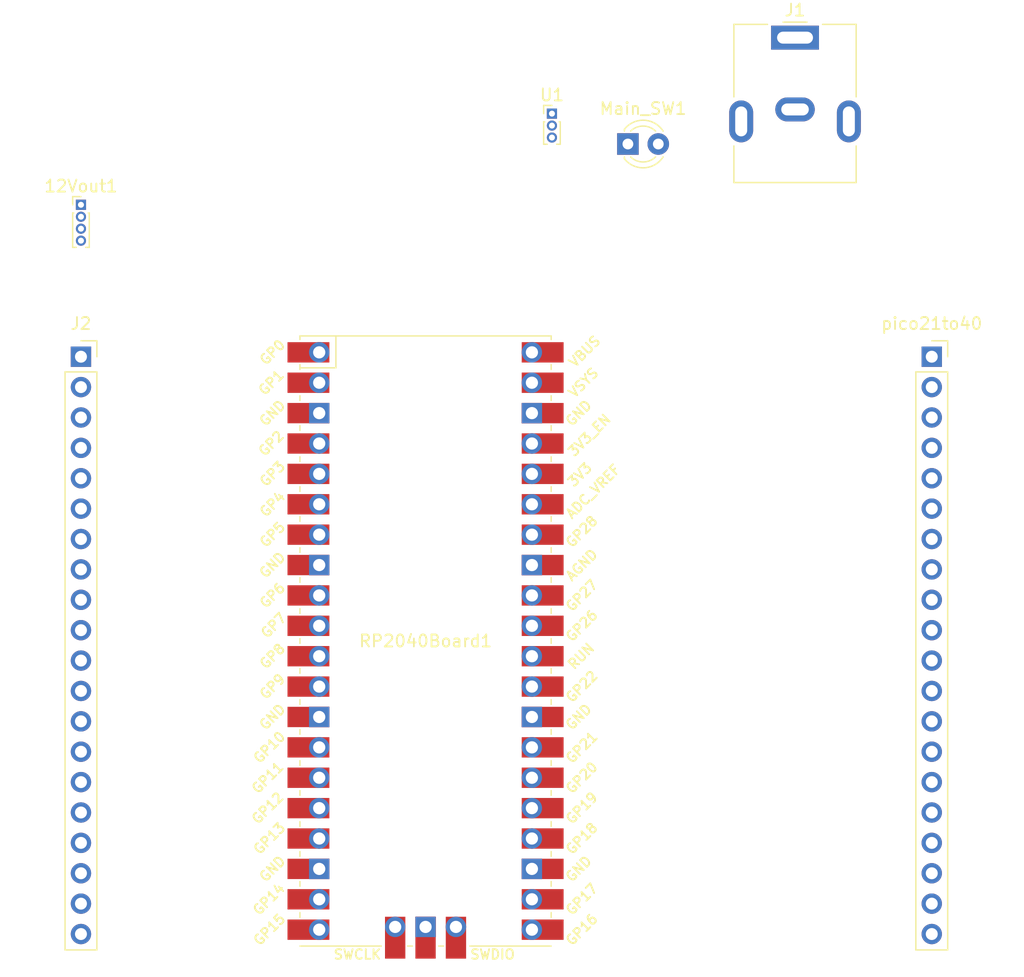
<source format=kicad_pcb>
(kicad_pcb (version 20171130) (host pcbnew 5.1.10-88a1d61d58~88~ubuntu20.04.1)

  (general
    (thickness 1.6)
    (drawings 0)
    (tracks 0)
    (zones 0)
    (modules 7)
    (nets 76)
  )

  (page A4)
  (layers
    (0 F.Cu signal)
    (31 B.Cu signal)
    (32 B.Adhes user)
    (33 F.Adhes user)
    (34 B.Paste user)
    (35 F.Paste user)
    (36 B.SilkS user)
    (37 F.SilkS user)
    (38 B.Mask user)
    (39 F.Mask user)
    (40 Dwgs.User user)
    (41 Cmts.User user)
    (42 Eco1.User user)
    (43 Eco2.User user)
    (44 Edge.Cuts user)
    (45 Margin user)
    (46 B.CrtYd user)
    (47 F.CrtYd user)
    (48 B.Fab user)
    (49 F.Fab user)
  )

  (setup
    (last_trace_width 0.25)
    (trace_clearance 0.2)
    (zone_clearance 0.508)
    (zone_45_only no)
    (trace_min 0.2)
    (via_size 0.8)
    (via_drill 0.4)
    (via_min_size 0.4)
    (via_min_drill 0.3)
    (uvia_size 0.3)
    (uvia_drill 0.1)
    (uvias_allowed no)
    (uvia_min_size 0.2)
    (uvia_min_drill 0.1)
    (edge_width 0.05)
    (segment_width 0.2)
    (pcb_text_width 0.3)
    (pcb_text_size 1.5 1.5)
    (mod_edge_width 0.12)
    (mod_text_size 1 1)
    (mod_text_width 0.15)
    (pad_size 1.524 1.524)
    (pad_drill 0.762)
    (pad_to_mask_clearance 0)
    (aux_axis_origin 0 0)
    (visible_elements FFFFFF7F)
    (pcbplotparams
      (layerselection 0x010fc_ffffffff)
      (usegerberextensions false)
      (usegerberattributes true)
      (usegerberadvancedattributes true)
      (creategerberjobfile true)
      (excludeedgelayer true)
      (linewidth 0.100000)
      (plotframeref false)
      (viasonmask false)
      (mode 1)
      (useauxorigin false)
      (hpglpennumber 1)
      (hpglpenspeed 20)
      (hpglpendiameter 15.000000)
      (psnegative false)
      (psa4output false)
      (plotreference true)
      (plotvalue true)
      (plotinvisibletext false)
      (padsonsilk false)
      (subtractmaskfromsilk false)
      (outputformat 1)
      (mirror false)
      (drillshape 1)
      (scaleselection 1)
      (outputdirectory ""))
  )

  (net 0 "")
  (net 1 "Net-(J1-Pad2)")
  (net 2 "Net-(J2-Pad20)")
  (net 3 "Net-(J2-Pad19)")
  (net 4 "Net-(J2-Pad18)")
  (net 5 "Net-(J2-Pad17)")
  (net 6 "Net-(J2-Pad16)")
  (net 7 "Net-(J2-Pad15)")
  (net 8 "Net-(J2-Pad14)")
  (net 9 "Net-(J2-Pad13)")
  (net 10 "Net-(J2-Pad12)")
  (net 11 "Net-(J2-Pad11)")
  (net 12 "Net-(J2-Pad10)")
  (net 13 "Net-(J2-Pad9)")
  (net 14 "Net-(J2-Pad8)")
  (net 15 "Net-(J2-Pad7)")
  (net 16 "Net-(J2-Pad6)")
  (net 17 "Net-(J2-Pad5)")
  (net 18 "Net-(J2-Pad4)")
  (net 19 "Net-(J2-Pad3)")
  (net 20 "Net-(J2-Pad2)")
  (net 21 "Net-(J2-Pad1)")
  (net 22 "Net-(12Vout1-Pad1)")
  (net 23 "Net-(Main_SW1-Pad2)")
  (net 24 "Net-(Main_SW1-Pad1)")
  (net 25 "Net-(RP2040Board1-Pad21)")
  (net 26 "Net-(pico21to40-Pad19)")
  (net 27 "Net-(pico21to40-Pad18)")
  (net 28 "Net-(pico21to40-Pad17)")
  (net 29 "Net-(pico21to40-Pad16)")
  (net 30 "Net-(pico21to40-Pad15)")
  (net 31 "Net-(pico21to40-Pad14)")
  (net 32 "Net-(pico21to40-Pad13)")
  (net 33 "Net-(pico21to40-Pad12)")
  (net 34 "Net-(pico21to40-Pad11)")
  (net 35 "Net-(pico21to40-Pad10)")
  (net 36 "Net-(pico21to40-Pad9)")
  (net 37 "Net-(pico21to40-Pad8)")
  (net 38 "Net-(pico21to40-Pad7)")
  (net 39 "Net-(pico21to40-Pad6)")
  (net 40 "Net-(pico21to40-Pad5)")
  (net 41 "Net-(pico21to40-Pad4)")
  (net 42 "Net-(RP2040Board1-Pad39)")
  (net 43 "Net-(RP2040Board1-Pad40)")
  (net 44 "Net-(RP2040Board1-Pad43)")
  (net 45 "Net-(RP2040Board1-Pad42)")
  (net 46 "Net-(RP2040Board1-Pad41)")
  (net 47 "Net-(RP2040Board1-Pad22)")
  (net 48 "Net-(RP2040Board1-Pad23)")
  (net 49 "Net-(RP2040Board1-Pad24)")
  (net 50 "Net-(RP2040Board1-Pad25)")
  (net 51 "Net-(RP2040Board1-Pad26)")
  (net 52 "Net-(RP2040Board1-Pad27)")
  (net 53 "Net-(RP2040Board1-Pad28)")
  (net 54 "Net-(RP2040Board1-Pad29)")
  (net 55 "Net-(RP2040Board1-Pad30)")
  (net 56 "Net-(RP2040Board1-Pad31)")
  (net 57 "Net-(RP2040Board1-Pad32)")
  (net 58 "Net-(RP2040Board1-Pad33)")
  (net 59 "Net-(RP2040Board1-Pad34)")
  (net 60 "Net-(RP2040Board1-Pad35)")
  (net 61 "Net-(RP2040Board1-Pad36)")
  (net 62 "Net-(RP2040Board1-Pad37)")
  (net 63 "Net-(RP2040Board1-Pad19)")
  (net 64 "Net-(RP2040Board1-Pad18)")
  (net 65 "Net-(RP2040Board1-Pad17)")
  (net 66 "Net-(RP2040Board1-Pad16)")
  (net 67 "Net-(RP2040Board1-Pad15)")
  (net 68 "Net-(RP2040Board1-Pad14)")
  (net 69 "Net-(RP2040Board1-Pad13)")
  (net 70 "Net-(RP2040Board1-Pad12)")
  (net 71 "Net-(RP2040Board1-Pad11)")
  (net 72 "Net-(RP2040Board1-Pad10)")
  (net 73 "Net-(RP2040Board1-Pad9)")
  (net 74 "Net-(RP2040Board1-Pad8)")
  (net 75 "Net-(RP2040Board1-Pad7)")

  (net_class Default "This is the default net class."
    (clearance 0.2)
    (trace_width 0.25)
    (via_dia 0.8)
    (via_drill 0.4)
    (uvia_dia 0.3)
    (uvia_drill 0.1)
    (add_net "Net-(12Vout1-Pad1)")
    (add_net "Net-(J1-Pad2)")
    (add_net "Net-(J2-Pad1)")
    (add_net "Net-(J2-Pad10)")
    (add_net "Net-(J2-Pad11)")
    (add_net "Net-(J2-Pad12)")
    (add_net "Net-(J2-Pad13)")
    (add_net "Net-(J2-Pad14)")
    (add_net "Net-(J2-Pad15)")
    (add_net "Net-(J2-Pad16)")
    (add_net "Net-(J2-Pad17)")
    (add_net "Net-(J2-Pad18)")
    (add_net "Net-(J2-Pad19)")
    (add_net "Net-(J2-Pad2)")
    (add_net "Net-(J2-Pad20)")
    (add_net "Net-(J2-Pad3)")
    (add_net "Net-(J2-Pad4)")
    (add_net "Net-(J2-Pad5)")
    (add_net "Net-(J2-Pad6)")
    (add_net "Net-(J2-Pad7)")
    (add_net "Net-(J2-Pad8)")
    (add_net "Net-(J2-Pad9)")
    (add_net "Net-(Main_SW1-Pad1)")
    (add_net "Net-(Main_SW1-Pad2)")
    (add_net "Net-(RP2040Board1-Pad10)")
    (add_net "Net-(RP2040Board1-Pad11)")
    (add_net "Net-(RP2040Board1-Pad12)")
    (add_net "Net-(RP2040Board1-Pad13)")
    (add_net "Net-(RP2040Board1-Pad14)")
    (add_net "Net-(RP2040Board1-Pad15)")
    (add_net "Net-(RP2040Board1-Pad16)")
    (add_net "Net-(RP2040Board1-Pad17)")
    (add_net "Net-(RP2040Board1-Pad18)")
    (add_net "Net-(RP2040Board1-Pad19)")
    (add_net "Net-(RP2040Board1-Pad21)")
    (add_net "Net-(RP2040Board1-Pad22)")
    (add_net "Net-(RP2040Board1-Pad23)")
    (add_net "Net-(RP2040Board1-Pad24)")
    (add_net "Net-(RP2040Board1-Pad25)")
    (add_net "Net-(RP2040Board1-Pad26)")
    (add_net "Net-(RP2040Board1-Pad27)")
    (add_net "Net-(RP2040Board1-Pad28)")
    (add_net "Net-(RP2040Board1-Pad29)")
    (add_net "Net-(RP2040Board1-Pad30)")
    (add_net "Net-(RP2040Board1-Pad31)")
    (add_net "Net-(RP2040Board1-Pad32)")
    (add_net "Net-(RP2040Board1-Pad33)")
    (add_net "Net-(RP2040Board1-Pad34)")
    (add_net "Net-(RP2040Board1-Pad35)")
    (add_net "Net-(RP2040Board1-Pad36)")
    (add_net "Net-(RP2040Board1-Pad37)")
    (add_net "Net-(RP2040Board1-Pad39)")
    (add_net "Net-(RP2040Board1-Pad40)")
    (add_net "Net-(RP2040Board1-Pad41)")
    (add_net "Net-(RP2040Board1-Pad42)")
    (add_net "Net-(RP2040Board1-Pad43)")
    (add_net "Net-(RP2040Board1-Pad7)")
    (add_net "Net-(RP2040Board1-Pad8)")
    (add_net "Net-(RP2040Board1-Pad9)")
    (add_net "Net-(pico21to40-Pad10)")
    (add_net "Net-(pico21to40-Pad11)")
    (add_net "Net-(pico21to40-Pad12)")
    (add_net "Net-(pico21to40-Pad13)")
    (add_net "Net-(pico21to40-Pad14)")
    (add_net "Net-(pico21to40-Pad15)")
    (add_net "Net-(pico21to40-Pad16)")
    (add_net "Net-(pico21to40-Pad17)")
    (add_net "Net-(pico21to40-Pad18)")
    (add_net "Net-(pico21to40-Pad19)")
    (add_net "Net-(pico21to40-Pad4)")
    (add_net "Net-(pico21to40-Pad5)")
    (add_net "Net-(pico21to40-Pad6)")
    (add_net "Net-(pico21to40-Pad7)")
    (add_net "Net-(pico21to40-Pad8)")
    (add_net "Net-(pico21to40-Pad9)")
  )

  (module Connector_PinHeader_1.00mm:PinHeader_1x03_P1.00mm_Vertical (layer F.Cu) (tedit 59FED738) (tstamp 609F1698)
    (at 143.51 44.45)
    (descr "Through hole straight pin header, 1x03, 1.00mm pitch, single row")
    (tags "Through hole pin header THT 1x03 1.00mm single row")
    (path /60A164B8)
    (fp_text reference U1 (at 0 -1.56) (layer F.SilkS)
      (effects (font (size 1 1) (thickness 0.15)))
    )
    (fp_text value LM1117-3.3 (at 0 3.56) (layer F.Fab)
      (effects (font (size 1 1) (thickness 0.15)))
    )
    (fp_text user %R (at 0 1 90) (layer F.Fab)
      (effects (font (size 0.76 0.76) (thickness 0.114)))
    )
    (fp_line (start -0.3175 -0.5) (end 0.635 -0.5) (layer F.Fab) (width 0.1))
    (fp_line (start 0.635 -0.5) (end 0.635 2.5) (layer F.Fab) (width 0.1))
    (fp_line (start 0.635 2.5) (end -0.635 2.5) (layer F.Fab) (width 0.1))
    (fp_line (start -0.635 2.5) (end -0.635 -0.1825) (layer F.Fab) (width 0.1))
    (fp_line (start -0.635 -0.1825) (end -0.3175 -0.5) (layer F.Fab) (width 0.1))
    (fp_line (start -0.695 2.56) (end -0.394493 2.56) (layer F.SilkS) (width 0.12))
    (fp_line (start 0.394493 2.56) (end 0.695 2.56) (layer F.SilkS) (width 0.12))
    (fp_line (start -0.695 0.685) (end -0.695 2.56) (layer F.SilkS) (width 0.12))
    (fp_line (start 0.695 0.685) (end 0.695 2.56) (layer F.SilkS) (width 0.12))
    (fp_line (start -0.695 0.685) (end -0.608276 0.685) (layer F.SilkS) (width 0.12))
    (fp_line (start 0.608276 0.685) (end 0.695 0.685) (layer F.SilkS) (width 0.12))
    (fp_line (start -0.695 0) (end -0.695 -0.685) (layer F.SilkS) (width 0.12))
    (fp_line (start -0.695 -0.685) (end 0 -0.685) (layer F.SilkS) (width 0.12))
    (fp_line (start -1.15 -1) (end -1.15 3) (layer F.CrtYd) (width 0.05))
    (fp_line (start -1.15 3) (end 1.15 3) (layer F.CrtYd) (width 0.05))
    (fp_line (start 1.15 3) (end 1.15 -1) (layer F.CrtYd) (width 0.05))
    (fp_line (start 1.15 -1) (end -1.15 -1) (layer F.CrtYd) (width 0.05))
    (pad 3 thru_hole oval (at 0 2) (size 0.85 0.85) (drill 0.5) (layers *.Cu *.Mask)
      (net 24 "Net-(Main_SW1-Pad1)"))
    (pad 2 thru_hole oval (at 0 1) (size 0.85 0.85) (drill 0.5) (layers *.Cu *.Mask)
      (net 42 "Net-(RP2040Board1-Pad39)"))
    (pad 1 thru_hole rect (at 0 0) (size 0.85 0.85) (drill 0.5) (layers *.Cu *.Mask)
      (net 1 "Net-(J1-Pad2)"))
    (model ${KISYS3DMOD}/Connector_PinHeader_1.00mm.3dshapes/PinHeader_1x03_P1.00mm_Vertical.wrl
      (at (xyz 0 0 0))
      (scale (xyz 1 1 1))
      (rotate (xyz 0 0 0))
    )
  )

  (module picoFootPrint:RPi_Pico_SMD_TH (layer F.Cu) (tedit 5F638C80) (tstamp 609F167F)
    (at 132.944999 88.535)
    (descr "Through hole straight pin header, 2x20, 2.54mm pitch, double rows")
    (tags "Through hole pin header THT 2x20 2.54mm double row")
    (path /60A03192)
    (fp_text reference RP2040Board1 (at 0 0) (layer F.SilkS)
      (effects (font (size 1 1) (thickness 0.15)))
    )
    (fp_text value Pico (at 0 2.159) (layer F.Fab)
      (effects (font (size 1 1) (thickness 0.15)))
    )
    (fp_text user "Copper Keepouts shown on Dwgs layer" (at 0.1 -30.2) (layer Cmts.User)
      (effects (font (size 1 1) (thickness 0.15)))
    )
    (fp_text user SWDIO (at 5.6 26.2) (layer F.SilkS)
      (effects (font (size 0.8 0.8) (thickness 0.15)))
    )
    (fp_text user SWCLK (at -5.7 26.2) (layer F.SilkS)
      (effects (font (size 0.8 0.8) (thickness 0.15)))
    )
    (fp_text user AGND (at 13.054 -6.35 45) (layer F.SilkS)
      (effects (font (size 0.8 0.8) (thickness 0.15)))
    )
    (fp_text user GND (at 12.8 -19.05 45) (layer F.SilkS)
      (effects (font (size 0.8 0.8) (thickness 0.15)))
    )
    (fp_text user GND (at 12.8 6.35 45) (layer F.SilkS)
      (effects (font (size 0.8 0.8) (thickness 0.15)))
    )
    (fp_text user GND (at 12.8 19.05 45) (layer F.SilkS)
      (effects (font (size 0.8 0.8) (thickness 0.15)))
    )
    (fp_text user GND (at -12.8 19.05 45) (layer F.SilkS)
      (effects (font (size 0.8 0.8) (thickness 0.15)))
    )
    (fp_text user GND (at -12.8 6.35 45) (layer F.SilkS)
      (effects (font (size 0.8 0.8) (thickness 0.15)))
    )
    (fp_text user GND (at -12.8 -6.35 45) (layer F.SilkS)
      (effects (font (size 0.8 0.8) (thickness 0.15)))
    )
    (fp_text user GND (at -12.8 -19.05 45) (layer F.SilkS)
      (effects (font (size 0.8 0.8) (thickness 0.15)))
    )
    (fp_text user VBUS (at 13.3 -24.2 45) (layer F.SilkS)
      (effects (font (size 0.8 0.8) (thickness 0.15)))
    )
    (fp_text user VSYS (at 13.2 -21.59 45) (layer F.SilkS)
      (effects (font (size 0.8 0.8) (thickness 0.15)))
    )
    (fp_text user 3V3_EN (at 13.7 -17.2 45) (layer F.SilkS)
      (effects (font (size 0.8 0.8) (thickness 0.15)))
    )
    (fp_text user 3V3 (at 12.9 -13.9 45) (layer F.SilkS)
      (effects (font (size 0.8 0.8) (thickness 0.15)))
    )
    (fp_text user ADC_VREF (at 14 -12.5 45) (layer F.SilkS)
      (effects (font (size 0.8 0.8) (thickness 0.15)))
    )
    (fp_text user GP28 (at 13.054 -9.144 45) (layer F.SilkS)
      (effects (font (size 0.8 0.8) (thickness 0.15)))
    )
    (fp_text user GP27 (at 13.054 -3.8 45) (layer F.SilkS)
      (effects (font (size 0.8 0.8) (thickness 0.15)))
    )
    (fp_text user GP26 (at 13.054 -1.27 45) (layer F.SilkS)
      (effects (font (size 0.8 0.8) (thickness 0.15)))
    )
    (fp_text user RUN (at 13 1.27 45) (layer F.SilkS)
      (effects (font (size 0.8 0.8) (thickness 0.15)))
    )
    (fp_text user GP22 (at 13.054 3.81 45) (layer F.SilkS)
      (effects (font (size 0.8 0.8) (thickness 0.15)))
    )
    (fp_text user GP21 (at 13.054 8.9 45) (layer F.SilkS)
      (effects (font (size 0.8 0.8) (thickness 0.15)))
    )
    (fp_text user GP20 (at 13.054 11.43 45) (layer F.SilkS)
      (effects (font (size 0.8 0.8) (thickness 0.15)))
    )
    (fp_text user GP19 (at 13.054 13.97 45) (layer F.SilkS)
      (effects (font (size 0.8 0.8) (thickness 0.15)))
    )
    (fp_text user GP18 (at 13.054 16.51 45) (layer F.SilkS)
      (effects (font (size 0.8 0.8) (thickness 0.15)))
    )
    (fp_text user GP17 (at 13.054 21.59 45) (layer F.SilkS)
      (effects (font (size 0.8 0.8) (thickness 0.15)))
    )
    (fp_text user GP16 (at 13.054 24.13 45) (layer F.SilkS)
      (effects (font (size 0.8 0.8) (thickness 0.15)))
    )
    (fp_text user GP15 (at -13.054 24.13 45) (layer F.SilkS)
      (effects (font (size 0.8 0.8) (thickness 0.15)))
    )
    (fp_text user GP14 (at -13.1 21.59 45) (layer F.SilkS)
      (effects (font (size 0.8 0.8) (thickness 0.15)))
    )
    (fp_text user GP13 (at -13.054 16.51 45) (layer F.SilkS)
      (effects (font (size 0.8 0.8) (thickness 0.15)))
    )
    (fp_text user GP12 (at -13.2 13.97 45) (layer F.SilkS)
      (effects (font (size 0.8 0.8) (thickness 0.15)))
    )
    (fp_text user GP11 (at -13.2 11.43 45) (layer F.SilkS)
      (effects (font (size 0.8 0.8) (thickness 0.15)))
    )
    (fp_text user GP10 (at -13.054 8.89 45) (layer F.SilkS)
      (effects (font (size 0.8 0.8) (thickness 0.15)))
    )
    (fp_text user GP9 (at -12.8 3.81 45) (layer F.SilkS)
      (effects (font (size 0.8 0.8) (thickness 0.15)))
    )
    (fp_text user GP8 (at -12.8 1.27 45) (layer F.SilkS)
      (effects (font (size 0.8 0.8) (thickness 0.15)))
    )
    (fp_text user GP7 (at -12.7 -1.3 45) (layer F.SilkS)
      (effects (font (size 0.8 0.8) (thickness 0.15)))
    )
    (fp_text user GP6 (at -12.8 -3.81 45) (layer F.SilkS)
      (effects (font (size 0.8 0.8) (thickness 0.15)))
    )
    (fp_text user GP5 (at -12.8 -8.89 45) (layer F.SilkS)
      (effects (font (size 0.8 0.8) (thickness 0.15)))
    )
    (fp_text user GP4 (at -12.8 -11.43 45) (layer F.SilkS)
      (effects (font (size 0.8 0.8) (thickness 0.15)))
    )
    (fp_text user GP3 (at -12.8 -13.97 45) (layer F.SilkS)
      (effects (font (size 0.8 0.8) (thickness 0.15)))
    )
    (fp_text user GP0 (at -12.8 -24.13 45) (layer F.SilkS)
      (effects (font (size 0.8 0.8) (thickness 0.15)))
    )
    (fp_text user GP2 (at -12.9 -16.51 45) (layer F.SilkS)
      (effects (font (size 0.8 0.8) (thickness 0.15)))
    )
    (fp_text user GP1 (at -12.9 -21.6 45) (layer F.SilkS)
      (effects (font (size 0.8 0.8) (thickness 0.15)))
    )
    (fp_text user %R (at 0 0 180) (layer F.Fab)
      (effects (font (size 1 1) (thickness 0.15)))
    )
    (fp_line (start 1.1 25.5) (end 1.5 25.5) (layer F.SilkS) (width 0.12))
    (fp_line (start -1.5 25.5) (end -1.1 25.5) (layer F.SilkS) (width 0.12))
    (fp_line (start 10.5 25.5) (end 3.7 25.5) (layer F.SilkS) (width 0.12))
    (fp_line (start 10.5 15.1) (end 10.5 15.5) (layer F.SilkS) (width 0.12))
    (fp_line (start 10.5 7.4) (end 10.5 7.8) (layer F.SilkS) (width 0.12))
    (fp_line (start 10.5 -18) (end 10.5 -17.6) (layer F.SilkS) (width 0.12))
    (fp_line (start 10.5 -25.5) (end 10.5 -25.2) (layer F.SilkS) (width 0.12))
    (fp_line (start 10.5 -2.7) (end 10.5 -2.3) (layer F.SilkS) (width 0.12))
    (fp_line (start 10.5 12.5) (end 10.5 12.9) (layer F.SilkS) (width 0.12))
    (fp_line (start 10.5 -7.8) (end 10.5 -7.4) (layer F.SilkS) (width 0.12))
    (fp_line (start 10.5 -12.9) (end 10.5 -12.5) (layer F.SilkS) (width 0.12))
    (fp_line (start 10.5 -0.2) (end 10.5 0.2) (layer F.SilkS) (width 0.12))
    (fp_line (start 10.5 4.9) (end 10.5 5.3) (layer F.SilkS) (width 0.12))
    (fp_line (start 10.5 20.1) (end 10.5 20.5) (layer F.SilkS) (width 0.12))
    (fp_line (start 10.5 22.7) (end 10.5 23.1) (layer F.SilkS) (width 0.12))
    (fp_line (start 10.5 17.6) (end 10.5 18) (layer F.SilkS) (width 0.12))
    (fp_line (start 10.5 -15.4) (end 10.5 -15) (layer F.SilkS) (width 0.12))
    (fp_line (start 10.5 -23.1) (end 10.5 -22.7) (layer F.SilkS) (width 0.12))
    (fp_line (start 10.5 -20.5) (end 10.5 -20.1) (layer F.SilkS) (width 0.12))
    (fp_line (start 10.5 10) (end 10.5 10.4) (layer F.SilkS) (width 0.12))
    (fp_line (start 10.5 2.3) (end 10.5 2.7) (layer F.SilkS) (width 0.12))
    (fp_line (start 10.5 -5.3) (end 10.5 -4.9) (layer F.SilkS) (width 0.12))
    (fp_line (start 10.5 -10.4) (end 10.5 -10) (layer F.SilkS) (width 0.12))
    (fp_line (start -10.5 22.7) (end -10.5 23.1) (layer F.SilkS) (width 0.12))
    (fp_line (start -10.5 20.1) (end -10.5 20.5) (layer F.SilkS) (width 0.12))
    (fp_line (start -10.5 17.6) (end -10.5 18) (layer F.SilkS) (width 0.12))
    (fp_line (start -10.5 15.1) (end -10.5 15.5) (layer F.SilkS) (width 0.12))
    (fp_line (start -10.5 12.5) (end -10.5 12.9) (layer F.SilkS) (width 0.12))
    (fp_line (start -10.5 10) (end -10.5 10.4) (layer F.SilkS) (width 0.12))
    (fp_line (start -10.5 7.4) (end -10.5 7.8) (layer F.SilkS) (width 0.12))
    (fp_line (start -10.5 4.9) (end -10.5 5.3) (layer F.SilkS) (width 0.12))
    (fp_line (start -10.5 2.3) (end -10.5 2.7) (layer F.SilkS) (width 0.12))
    (fp_line (start -10.5 -0.2) (end -10.5 0.2) (layer F.SilkS) (width 0.12))
    (fp_line (start -10.5 -2.7) (end -10.5 -2.3) (layer F.SilkS) (width 0.12))
    (fp_line (start -10.5 -5.3) (end -10.5 -4.9) (layer F.SilkS) (width 0.12))
    (fp_line (start -10.5 -7.8) (end -10.5 -7.4) (layer F.SilkS) (width 0.12))
    (fp_line (start -10.5 -10.4) (end -10.5 -10) (layer F.SilkS) (width 0.12))
    (fp_line (start -10.5 -12.9) (end -10.5 -12.5) (layer F.SilkS) (width 0.12))
    (fp_line (start -10.5 -15.4) (end -10.5 -15) (layer F.SilkS) (width 0.12))
    (fp_line (start -10.5 -18) (end -10.5 -17.6) (layer F.SilkS) (width 0.12))
    (fp_line (start -10.5 -20.5) (end -10.5 -20.1) (layer F.SilkS) (width 0.12))
    (fp_line (start -10.5 -23.1) (end -10.5 -22.7) (layer F.SilkS) (width 0.12))
    (fp_line (start -10.5 -25.5) (end -10.5 -25.2) (layer F.SilkS) (width 0.12))
    (fp_line (start -7.493 -22.833) (end -7.493 -25.5) (layer F.SilkS) (width 0.12))
    (fp_line (start -10.5 -22.833) (end -7.493 -22.833) (layer F.SilkS) (width 0.12))
    (fp_line (start -3.7 25.5) (end -10.5 25.5) (layer F.SilkS) (width 0.12))
    (fp_line (start -10.5 -25.5) (end 10.5 -25.5) (layer F.SilkS) (width 0.12))
    (fp_line (start -11 26) (end -11 -26) (layer F.CrtYd) (width 0.12))
    (fp_line (start 11 26) (end -11 26) (layer F.CrtYd) (width 0.12))
    (fp_line (start 11 -26) (end 11 26) (layer F.CrtYd) (width 0.12))
    (fp_line (start -11 -26) (end 11 -26) (layer F.CrtYd) (width 0.12))
    (fp_line (start -10.5 -24.2) (end -9.2 -25.5) (layer F.Fab) (width 0.12))
    (fp_line (start -10.5 25.5) (end -10.5 -25.5) (layer F.Fab) (width 0.12))
    (fp_line (start 10.5 25.5) (end -10.5 25.5) (layer F.Fab) (width 0.12))
    (fp_line (start 10.5 -25.5) (end 10.5 25.5) (layer F.Fab) (width 0.12))
    (fp_line (start -10.5 -25.5) (end 10.5 -25.5) (layer F.Fab) (width 0.12))
    (fp_poly (pts (xy -1.5 -16.5) (xy -3.5 -16.5) (xy -3.5 -18.5) (xy -1.5 -18.5)) (layer Dwgs.User) (width 0.1))
    (fp_poly (pts (xy -1.5 -14) (xy -3.5 -14) (xy -3.5 -16) (xy -1.5 -16)) (layer Dwgs.User) (width 0.1))
    (fp_poly (pts (xy -1.5 -11.5) (xy -3.5 -11.5) (xy -3.5 -13.5) (xy -1.5 -13.5)) (layer Dwgs.User) (width 0.1))
    (fp_poly (pts (xy 3.7 -20.2) (xy -3.7 -20.2) (xy -3.7 -24.9) (xy 3.7 -24.9)) (layer Dwgs.User) (width 0.1))
    (pad 43 thru_hole oval (at 2.54 23.9) (size 1.7 1.7) (drill 1.02) (layers *.Cu *.Mask)
      (net 44 "Net-(RP2040Board1-Pad43)"))
    (pad 43 smd rect (at 2.54 23.9 90) (size 3.5 1.7) (drill (offset -0.9 0)) (layers F.Cu F.Mask)
      (net 44 "Net-(RP2040Board1-Pad43)"))
    (pad 42 thru_hole rect (at 0 23.9) (size 1.7 1.7) (drill 1.02) (layers *.Cu *.Mask)
      (net 45 "Net-(RP2040Board1-Pad42)"))
    (pad 42 smd rect (at 0 23.9 90) (size 3.5 1.7) (drill (offset -0.9 0)) (layers F.Cu F.Mask)
      (net 45 "Net-(RP2040Board1-Pad42)"))
    (pad 41 thru_hole oval (at -2.54 23.9) (size 1.7 1.7) (drill 1.02) (layers *.Cu *.Mask)
      (net 46 "Net-(RP2040Board1-Pad41)"))
    (pad 41 smd rect (at -2.54 23.9 90) (size 3.5 1.7) (drill (offset -0.9 0)) (layers F.Cu F.Mask)
      (net 46 "Net-(RP2040Board1-Pad41)"))
    (pad "" np_thru_hole oval (at 2.425 -20.97) (size 1.5 1.5) (drill 1.5) (layers *.Cu *.Mask))
    (pad "" np_thru_hole oval (at -2.425 -20.97) (size 1.5 1.5) (drill 1.5) (layers *.Cu *.Mask))
    (pad "" np_thru_hole oval (at 2.725 -24) (size 1.8 1.8) (drill 1.8) (layers *.Cu *.Mask))
    (pad "" np_thru_hole oval (at -2.725 -24) (size 1.8 1.8) (drill 1.8) (layers *.Cu *.Mask))
    (pad 21 smd rect (at 8.89 24.13) (size 3.5 1.7) (drill (offset 0.9 0)) (layers F.Cu F.Mask)
      (net 25 "Net-(RP2040Board1-Pad21)"))
    (pad 22 smd rect (at 8.89 21.59) (size 3.5 1.7) (drill (offset 0.9 0)) (layers F.Cu F.Mask)
      (net 47 "Net-(RP2040Board1-Pad22)"))
    (pad 23 smd rect (at 8.89 19.05) (size 3.5 1.7) (drill (offset 0.9 0)) (layers F.Cu F.Mask)
      (net 48 "Net-(RP2040Board1-Pad23)"))
    (pad 24 smd rect (at 8.89 16.51) (size 3.5 1.7) (drill (offset 0.9 0)) (layers F.Cu F.Mask)
      (net 49 "Net-(RP2040Board1-Pad24)"))
    (pad 25 smd rect (at 8.89 13.97) (size 3.5 1.7) (drill (offset 0.9 0)) (layers F.Cu F.Mask)
      (net 50 "Net-(RP2040Board1-Pad25)"))
    (pad 26 smd rect (at 8.89 11.43) (size 3.5 1.7) (drill (offset 0.9 0)) (layers F.Cu F.Mask)
      (net 51 "Net-(RP2040Board1-Pad26)"))
    (pad 27 smd rect (at 8.89 8.89) (size 3.5 1.7) (drill (offset 0.9 0)) (layers F.Cu F.Mask)
      (net 52 "Net-(RP2040Board1-Pad27)"))
    (pad 28 smd rect (at 8.89 6.35) (size 3.5 1.7) (drill (offset 0.9 0)) (layers F.Cu F.Mask)
      (net 53 "Net-(RP2040Board1-Pad28)"))
    (pad 29 smd rect (at 8.89 3.81) (size 3.5 1.7) (drill (offset 0.9 0)) (layers F.Cu F.Mask)
      (net 54 "Net-(RP2040Board1-Pad29)"))
    (pad 30 smd rect (at 8.89 1.27) (size 3.5 1.7) (drill (offset 0.9 0)) (layers F.Cu F.Mask)
      (net 55 "Net-(RP2040Board1-Pad30)"))
    (pad 31 smd rect (at 8.89 -1.27) (size 3.5 1.7) (drill (offset 0.9 0)) (layers F.Cu F.Mask)
      (net 56 "Net-(RP2040Board1-Pad31)"))
    (pad 32 smd rect (at 8.89 -3.81) (size 3.5 1.7) (drill (offset 0.9 0)) (layers F.Cu F.Mask)
      (net 57 "Net-(RP2040Board1-Pad32)"))
    (pad 33 smd rect (at 8.89 -6.35) (size 3.5 1.7) (drill (offset 0.9 0)) (layers F.Cu F.Mask)
      (net 58 "Net-(RP2040Board1-Pad33)"))
    (pad 34 smd rect (at 8.89 -8.89) (size 3.5 1.7) (drill (offset 0.9 0)) (layers F.Cu F.Mask)
      (net 59 "Net-(RP2040Board1-Pad34)"))
    (pad 35 smd rect (at 8.89 -11.43) (size 3.5 1.7) (drill (offset 0.9 0)) (layers F.Cu F.Mask)
      (net 60 "Net-(RP2040Board1-Pad35)"))
    (pad 36 smd rect (at 8.89 -13.97) (size 3.5 1.7) (drill (offset 0.9 0)) (layers F.Cu F.Mask)
      (net 61 "Net-(RP2040Board1-Pad36)"))
    (pad 37 smd rect (at 8.89 -16.51) (size 3.5 1.7) (drill (offset 0.9 0)) (layers F.Cu F.Mask)
      (net 62 "Net-(RP2040Board1-Pad37)"))
    (pad 38 smd rect (at 8.89 -19.05) (size 3.5 1.7) (drill (offset 0.9 0)) (layers F.Cu F.Mask)
      (net 1 "Net-(J1-Pad2)"))
    (pad 39 smd rect (at 8.89 -21.59) (size 3.5 1.7) (drill (offset 0.9 0)) (layers F.Cu F.Mask)
      (net 42 "Net-(RP2040Board1-Pad39)"))
    (pad 40 smd rect (at 8.89 -24.13) (size 3.5 1.7) (drill (offset 0.9 0)) (layers F.Cu F.Mask)
      (net 43 "Net-(RP2040Board1-Pad40)"))
    (pad 20 smd rect (at -8.89 24.13) (size 3.5 1.7) (drill (offset -0.9 0)) (layers F.Cu F.Mask)
      (net 2 "Net-(J2-Pad20)"))
    (pad 19 smd rect (at -8.89 21.59) (size 3.5 1.7) (drill (offset -0.9 0)) (layers F.Cu F.Mask)
      (net 63 "Net-(RP2040Board1-Pad19)"))
    (pad 18 smd rect (at -8.89 19.05) (size 3.5 1.7) (drill (offset -0.9 0)) (layers F.Cu F.Mask)
      (net 64 "Net-(RP2040Board1-Pad18)"))
    (pad 17 smd rect (at -8.89 16.51) (size 3.5 1.7) (drill (offset -0.9 0)) (layers F.Cu F.Mask)
      (net 65 "Net-(RP2040Board1-Pad17)"))
    (pad 16 smd rect (at -8.89 13.97) (size 3.5 1.7) (drill (offset -0.9 0)) (layers F.Cu F.Mask)
      (net 66 "Net-(RP2040Board1-Pad16)"))
    (pad 15 smd rect (at -8.89 11.43) (size 3.5 1.7) (drill (offset -0.9 0)) (layers F.Cu F.Mask)
      (net 67 "Net-(RP2040Board1-Pad15)"))
    (pad 14 smd rect (at -8.89 8.89) (size 3.5 1.7) (drill (offset -0.9 0)) (layers F.Cu F.Mask)
      (net 68 "Net-(RP2040Board1-Pad14)"))
    (pad 13 smd rect (at -8.89 6.35) (size 3.5 1.7) (drill (offset -0.9 0)) (layers F.Cu F.Mask)
      (net 69 "Net-(RP2040Board1-Pad13)"))
    (pad 12 smd rect (at -8.89 3.81) (size 3.5 1.7) (drill (offset -0.9 0)) (layers F.Cu F.Mask)
      (net 70 "Net-(RP2040Board1-Pad12)"))
    (pad 11 smd rect (at -8.89 1.27) (size 3.5 1.7) (drill (offset -0.9 0)) (layers F.Cu F.Mask)
      (net 71 "Net-(RP2040Board1-Pad11)"))
    (pad 10 smd rect (at -8.89 -1.27) (size 3.5 1.7) (drill (offset -0.9 0)) (layers F.Cu F.Mask)
      (net 72 "Net-(RP2040Board1-Pad10)"))
    (pad 9 smd rect (at -8.89 -3.81) (size 3.5 1.7) (drill (offset -0.9 0)) (layers F.Cu F.Mask)
      (net 73 "Net-(RP2040Board1-Pad9)"))
    (pad 8 smd rect (at -8.89 -6.35) (size 3.5 1.7) (drill (offset -0.9 0)) (layers F.Cu F.Mask)
      (net 74 "Net-(RP2040Board1-Pad8)"))
    (pad 7 smd rect (at -8.89 -8.89) (size 3.5 1.7) (drill (offset -0.9 0)) (layers F.Cu F.Mask)
      (net 75 "Net-(RP2040Board1-Pad7)"))
    (pad 6 smd rect (at -8.89 -11.43) (size 3.5 1.7) (drill (offset -0.9 0)) (layers F.Cu F.Mask)
      (net 16 "Net-(J2-Pad6)"))
    (pad 5 smd rect (at -8.89 -13.97) (size 3.5 1.7) (drill (offset -0.9 0)) (layers F.Cu F.Mask)
      (net 17 "Net-(J2-Pad5)"))
    (pad 4 smd rect (at -8.89 -16.51) (size 3.5 1.7) (drill (offset -0.9 0)) (layers F.Cu F.Mask)
      (net 18 "Net-(J2-Pad4)"))
    (pad 3 smd rect (at -8.89 -19.05) (size 3.5 1.7) (drill (offset -0.9 0)) (layers F.Cu F.Mask)
      (net 19 "Net-(J2-Pad3)"))
    (pad 2 smd rect (at -8.89 -21.59) (size 3.5 1.7) (drill (offset -0.9 0)) (layers F.Cu F.Mask)
      (net 20 "Net-(J2-Pad2)"))
    (pad 1 smd rect (at -8.89 -24.13) (size 3.5 1.7) (drill (offset -0.9 0)) (layers F.Cu F.Mask)
      (net 21 "Net-(J2-Pad1)"))
    (pad 40 thru_hole oval (at 8.89 -24.13) (size 1.7 1.7) (drill 1.02) (layers *.Cu *.Mask)
      (net 43 "Net-(RP2040Board1-Pad40)"))
    (pad 39 thru_hole oval (at 8.89 -21.59) (size 1.7 1.7) (drill 1.02) (layers *.Cu *.Mask)
      (net 42 "Net-(RP2040Board1-Pad39)"))
    (pad 38 thru_hole rect (at 8.89 -19.05) (size 1.7 1.7) (drill 1.02) (layers *.Cu *.Mask)
      (net 1 "Net-(J1-Pad2)"))
    (pad 37 thru_hole oval (at 8.89 -16.51) (size 1.7 1.7) (drill 1.02) (layers *.Cu *.Mask)
      (net 62 "Net-(RP2040Board1-Pad37)"))
    (pad 36 thru_hole oval (at 8.89 -13.97) (size 1.7 1.7) (drill 1.02) (layers *.Cu *.Mask)
      (net 61 "Net-(RP2040Board1-Pad36)"))
    (pad 35 thru_hole oval (at 8.89 -11.43) (size 1.7 1.7) (drill 1.02) (layers *.Cu *.Mask)
      (net 60 "Net-(RP2040Board1-Pad35)"))
    (pad 34 thru_hole oval (at 8.89 -8.89) (size 1.7 1.7) (drill 1.02) (layers *.Cu *.Mask)
      (net 59 "Net-(RP2040Board1-Pad34)"))
    (pad 33 thru_hole rect (at 8.89 -6.35) (size 1.7 1.7) (drill 1.02) (layers *.Cu *.Mask)
      (net 58 "Net-(RP2040Board1-Pad33)"))
    (pad 32 thru_hole oval (at 8.89 -3.81) (size 1.7 1.7) (drill 1.02) (layers *.Cu *.Mask)
      (net 57 "Net-(RP2040Board1-Pad32)"))
    (pad 31 thru_hole oval (at 8.89 -1.27) (size 1.7 1.7) (drill 1.02) (layers *.Cu *.Mask)
      (net 56 "Net-(RP2040Board1-Pad31)"))
    (pad 30 thru_hole oval (at 8.89 1.27) (size 1.7 1.7) (drill 1.02) (layers *.Cu *.Mask)
      (net 55 "Net-(RP2040Board1-Pad30)"))
    (pad 29 thru_hole oval (at 8.89 3.81) (size 1.7 1.7) (drill 1.02) (layers *.Cu *.Mask)
      (net 54 "Net-(RP2040Board1-Pad29)"))
    (pad 28 thru_hole rect (at 8.89 6.35) (size 1.7 1.7) (drill 1.02) (layers *.Cu *.Mask)
      (net 53 "Net-(RP2040Board1-Pad28)"))
    (pad 27 thru_hole oval (at 8.89 8.89) (size 1.7 1.7) (drill 1.02) (layers *.Cu *.Mask)
      (net 52 "Net-(RP2040Board1-Pad27)"))
    (pad 26 thru_hole oval (at 8.89 11.43) (size 1.7 1.7) (drill 1.02) (layers *.Cu *.Mask)
      (net 51 "Net-(RP2040Board1-Pad26)"))
    (pad 25 thru_hole oval (at 8.89 13.97) (size 1.7 1.7) (drill 1.02) (layers *.Cu *.Mask)
      (net 50 "Net-(RP2040Board1-Pad25)"))
    (pad 24 thru_hole oval (at 8.89 16.51) (size 1.7 1.7) (drill 1.02) (layers *.Cu *.Mask)
      (net 49 "Net-(RP2040Board1-Pad24)"))
    (pad 23 thru_hole rect (at 8.89 19.05) (size 1.7 1.7) (drill 1.02) (layers *.Cu *.Mask)
      (net 48 "Net-(RP2040Board1-Pad23)"))
    (pad 22 thru_hole oval (at 8.89 21.59) (size 1.7 1.7) (drill 1.02) (layers *.Cu *.Mask)
      (net 47 "Net-(RP2040Board1-Pad22)"))
    (pad 21 thru_hole oval (at 8.89 24.13) (size 1.7 1.7) (drill 1.02) (layers *.Cu *.Mask)
      (net 25 "Net-(RP2040Board1-Pad21)"))
    (pad 20 thru_hole oval (at -8.89 24.13) (size 1.7 1.7) (drill 1.02) (layers *.Cu *.Mask)
      (net 2 "Net-(J2-Pad20)"))
    (pad 19 thru_hole oval (at -8.89 21.59) (size 1.7 1.7) (drill 1.02) (layers *.Cu *.Mask)
      (net 63 "Net-(RP2040Board1-Pad19)"))
    (pad 18 thru_hole rect (at -8.89 19.05) (size 1.7 1.7) (drill 1.02) (layers *.Cu *.Mask)
      (net 64 "Net-(RP2040Board1-Pad18)"))
    (pad 17 thru_hole oval (at -8.89 16.51) (size 1.7 1.7) (drill 1.02) (layers *.Cu *.Mask)
      (net 65 "Net-(RP2040Board1-Pad17)"))
    (pad 16 thru_hole oval (at -8.89 13.97) (size 1.7 1.7) (drill 1.02) (layers *.Cu *.Mask)
      (net 66 "Net-(RP2040Board1-Pad16)"))
    (pad 15 thru_hole oval (at -8.89 11.43) (size 1.7 1.7) (drill 1.02) (layers *.Cu *.Mask)
      (net 67 "Net-(RP2040Board1-Pad15)"))
    (pad 14 thru_hole oval (at -8.89 8.89) (size 1.7 1.7) (drill 1.02) (layers *.Cu *.Mask)
      (net 68 "Net-(RP2040Board1-Pad14)"))
    (pad 13 thru_hole rect (at -8.89 6.35) (size 1.7 1.7) (drill 1.02) (layers *.Cu *.Mask)
      (net 69 "Net-(RP2040Board1-Pad13)"))
    (pad 12 thru_hole oval (at -8.89 3.81) (size 1.7 1.7) (drill 1.02) (layers *.Cu *.Mask)
      (net 70 "Net-(RP2040Board1-Pad12)"))
    (pad 11 thru_hole oval (at -8.89 1.27) (size 1.7 1.7) (drill 1.02) (layers *.Cu *.Mask)
      (net 71 "Net-(RP2040Board1-Pad11)"))
    (pad 10 thru_hole oval (at -8.89 -1.27) (size 1.7 1.7) (drill 1.02) (layers *.Cu *.Mask)
      (net 72 "Net-(RP2040Board1-Pad10)"))
    (pad 9 thru_hole oval (at -8.89 -3.81) (size 1.7 1.7) (drill 1.02) (layers *.Cu *.Mask)
      (net 73 "Net-(RP2040Board1-Pad9)"))
    (pad 8 thru_hole rect (at -8.89 -6.35) (size 1.7 1.7) (drill 1.02) (layers *.Cu *.Mask)
      (net 74 "Net-(RP2040Board1-Pad8)"))
    (pad 7 thru_hole oval (at -8.89 -8.89) (size 1.7 1.7) (drill 1.02) (layers *.Cu *.Mask)
      (net 75 "Net-(RP2040Board1-Pad7)"))
    (pad 6 thru_hole oval (at -8.89 -11.43) (size 1.7 1.7) (drill 1.02) (layers *.Cu *.Mask)
      (net 16 "Net-(J2-Pad6)"))
    (pad 5 thru_hole oval (at -8.89 -13.97) (size 1.7 1.7) (drill 1.02) (layers *.Cu *.Mask)
      (net 17 "Net-(J2-Pad5)"))
    (pad 4 thru_hole oval (at -8.89 -16.51) (size 1.7 1.7) (drill 1.02) (layers *.Cu *.Mask)
      (net 18 "Net-(J2-Pad4)"))
    (pad 3 thru_hole rect (at -8.89 -19.05) (size 1.7 1.7) (drill 1.02) (layers *.Cu *.Mask)
      (net 19 "Net-(J2-Pad3)"))
    (pad 2 thru_hole oval (at -8.89 -21.59) (size 1.7 1.7) (drill 1.02) (layers *.Cu *.Mask)
      (net 20 "Net-(J2-Pad2)"))
    (pad 1 thru_hole oval (at -8.89 -24.13) (size 1.7 1.7) (drill 1.02) (layers *.Cu *.Mask)
      (net 21 "Net-(J2-Pad1)"))
  )

  (module Connector_PinSocket_2.54mm:PinSocket_1x20_P2.54mm_Vertical (layer F.Cu) (tedit 5A19A41E) (tstamp 609F15B9)
    (at 175.26 64.77)
    (descr "Through hole straight socket strip, 1x20, 2.54mm pitch, single row (from Kicad 4.0.7), script generated")
    (tags "Through hole socket strip THT 1x20 2.54mm single row")
    (path /606EDD3B)
    (fp_text reference pico21to40 (at 0 -2.77) (layer F.SilkS)
      (effects (font (size 1 1) (thickness 0.15)))
    )
    (fp_text value Conn_01x20_Female (at 0 51.03) (layer F.Fab)
      (effects (font (size 1 1) (thickness 0.15)))
    )
    (fp_text user %R (at 0 24.13 90) (layer F.Fab)
      (effects (font (size 1 1) (thickness 0.15)))
    )
    (fp_line (start -1.27 -1.27) (end 0.635 -1.27) (layer F.Fab) (width 0.1))
    (fp_line (start 0.635 -1.27) (end 1.27 -0.635) (layer F.Fab) (width 0.1))
    (fp_line (start 1.27 -0.635) (end 1.27 49.53) (layer F.Fab) (width 0.1))
    (fp_line (start 1.27 49.53) (end -1.27 49.53) (layer F.Fab) (width 0.1))
    (fp_line (start -1.27 49.53) (end -1.27 -1.27) (layer F.Fab) (width 0.1))
    (fp_line (start -1.33 1.27) (end 1.33 1.27) (layer F.SilkS) (width 0.12))
    (fp_line (start -1.33 1.27) (end -1.33 49.59) (layer F.SilkS) (width 0.12))
    (fp_line (start -1.33 49.59) (end 1.33 49.59) (layer F.SilkS) (width 0.12))
    (fp_line (start 1.33 1.27) (end 1.33 49.59) (layer F.SilkS) (width 0.12))
    (fp_line (start 1.33 -1.33) (end 1.33 0) (layer F.SilkS) (width 0.12))
    (fp_line (start 0 -1.33) (end 1.33 -1.33) (layer F.SilkS) (width 0.12))
    (fp_line (start -1.8 -1.8) (end 1.75 -1.8) (layer F.CrtYd) (width 0.05))
    (fp_line (start 1.75 -1.8) (end 1.75 50) (layer F.CrtYd) (width 0.05))
    (fp_line (start 1.75 50) (end -1.8 50) (layer F.CrtYd) (width 0.05))
    (fp_line (start -1.8 50) (end -1.8 -1.8) (layer F.CrtYd) (width 0.05))
    (pad 20 thru_hole oval (at 0 48.26) (size 1.7 1.7) (drill 1) (layers *.Cu *.Mask)
      (net 25 "Net-(RP2040Board1-Pad21)"))
    (pad 19 thru_hole oval (at 0 45.72) (size 1.7 1.7) (drill 1) (layers *.Cu *.Mask)
      (net 26 "Net-(pico21to40-Pad19)"))
    (pad 18 thru_hole oval (at 0 43.18) (size 1.7 1.7) (drill 1) (layers *.Cu *.Mask)
      (net 27 "Net-(pico21to40-Pad18)"))
    (pad 17 thru_hole oval (at 0 40.64) (size 1.7 1.7) (drill 1) (layers *.Cu *.Mask)
      (net 28 "Net-(pico21to40-Pad17)"))
    (pad 16 thru_hole oval (at 0 38.1) (size 1.7 1.7) (drill 1) (layers *.Cu *.Mask)
      (net 29 "Net-(pico21to40-Pad16)"))
    (pad 15 thru_hole oval (at 0 35.56) (size 1.7 1.7) (drill 1) (layers *.Cu *.Mask)
      (net 30 "Net-(pico21to40-Pad15)"))
    (pad 14 thru_hole oval (at 0 33.02) (size 1.7 1.7) (drill 1) (layers *.Cu *.Mask)
      (net 31 "Net-(pico21to40-Pad14)"))
    (pad 13 thru_hole oval (at 0 30.48) (size 1.7 1.7) (drill 1) (layers *.Cu *.Mask)
      (net 32 "Net-(pico21to40-Pad13)"))
    (pad 12 thru_hole oval (at 0 27.94) (size 1.7 1.7) (drill 1) (layers *.Cu *.Mask)
      (net 33 "Net-(pico21to40-Pad12)"))
    (pad 11 thru_hole oval (at 0 25.4) (size 1.7 1.7) (drill 1) (layers *.Cu *.Mask)
      (net 34 "Net-(pico21to40-Pad11)"))
    (pad 10 thru_hole oval (at 0 22.86) (size 1.7 1.7) (drill 1) (layers *.Cu *.Mask)
      (net 35 "Net-(pico21to40-Pad10)"))
    (pad 9 thru_hole oval (at 0 20.32) (size 1.7 1.7) (drill 1) (layers *.Cu *.Mask)
      (net 36 "Net-(pico21to40-Pad9)"))
    (pad 8 thru_hole oval (at 0 17.78) (size 1.7 1.7) (drill 1) (layers *.Cu *.Mask)
      (net 37 "Net-(pico21to40-Pad8)"))
    (pad 7 thru_hole oval (at 0 15.24) (size 1.7 1.7) (drill 1) (layers *.Cu *.Mask)
      (net 38 "Net-(pico21to40-Pad7)"))
    (pad 6 thru_hole oval (at 0 12.7) (size 1.7 1.7) (drill 1) (layers *.Cu *.Mask)
      (net 39 "Net-(pico21to40-Pad6)"))
    (pad 5 thru_hole oval (at 0 10.16) (size 1.7 1.7) (drill 1) (layers *.Cu *.Mask)
      (net 40 "Net-(pico21to40-Pad5)"))
    (pad 4 thru_hole oval (at 0 7.62) (size 1.7 1.7) (drill 1) (layers *.Cu *.Mask)
      (net 41 "Net-(pico21to40-Pad4)"))
    (pad 3 thru_hole oval (at 0 5.08) (size 1.7 1.7) (drill 1) (layers *.Cu *.Mask)
      (net 1 "Net-(J1-Pad2)"))
    (pad 2 thru_hole oval (at 0 2.54) (size 1.7 1.7) (drill 1) (layers *.Cu *.Mask)
      (net 42 "Net-(RP2040Board1-Pad39)"))
    (pad 1 thru_hole rect (at 0 0) (size 1.7 1.7) (drill 1) (layers *.Cu *.Mask)
      (net 43 "Net-(RP2040Board1-Pad40)"))
    (model ${KISYS3DMOD}/Connector_PinSocket_2.54mm.3dshapes/PinSocket_1x20_P2.54mm_Vertical.wrl
      (at (xyz 0 0 0))
      (scale (xyz 1 1 1))
      (rotate (xyz 0 0 0))
    )
  )

  (module LED_THT:LED_D3.0mm (layer F.Cu) (tedit 587A3A7B) (tstamp 609F1591)
    (at 149.86 46.99)
    (descr "LED, diameter 3.0mm, 2 pins")
    (tags "LED diameter 3.0mm 2 pins")
    (path /60A518BE)
    (fp_text reference Main_SW1 (at 1.27 -2.96) (layer F.SilkS)
      (effects (font (size 1 1) (thickness 0.15)))
    )
    (fp_text value SW_MEC_5G_LED (at 1.27 2.96) (layer F.Fab)
      (effects (font (size 1 1) (thickness 0.15)))
    )
    (fp_arc (start 1.27 0) (end 0.229039 1.08) (angle -87.9) (layer F.SilkS) (width 0.12))
    (fp_arc (start 1.27 0) (end 0.229039 -1.08) (angle 87.9) (layer F.SilkS) (width 0.12))
    (fp_arc (start 1.27 0) (end -0.29 1.235516) (angle -108.8) (layer F.SilkS) (width 0.12))
    (fp_arc (start 1.27 0) (end -0.29 -1.235516) (angle 108.8) (layer F.SilkS) (width 0.12))
    (fp_arc (start 1.27 0) (end -0.23 -1.16619) (angle 284.3) (layer F.Fab) (width 0.1))
    (fp_circle (center 1.27 0) (end 2.77 0) (layer F.Fab) (width 0.1))
    (fp_line (start -0.23 -1.16619) (end -0.23 1.16619) (layer F.Fab) (width 0.1))
    (fp_line (start -0.29 -1.236) (end -0.29 -1.08) (layer F.SilkS) (width 0.12))
    (fp_line (start -0.29 1.08) (end -0.29 1.236) (layer F.SilkS) (width 0.12))
    (fp_line (start -1.15 -2.25) (end -1.15 2.25) (layer F.CrtYd) (width 0.05))
    (fp_line (start -1.15 2.25) (end 3.7 2.25) (layer F.CrtYd) (width 0.05))
    (fp_line (start 3.7 2.25) (end 3.7 -2.25) (layer F.CrtYd) (width 0.05))
    (fp_line (start 3.7 -2.25) (end -1.15 -2.25) (layer F.CrtYd) (width 0.05))
    (pad 2 thru_hole circle (at 2.54 0) (size 1.8 1.8) (drill 0.9) (layers *.Cu *.Mask)
      (net 23 "Net-(Main_SW1-Pad2)"))
    (pad 1 thru_hole rect (at 0 0) (size 1.8 1.8) (drill 0.9) (layers *.Cu *.Mask)
      (net 24 "Net-(Main_SW1-Pad1)"))
    (model ${KISYS3DMOD}/LED_THT.3dshapes/LED_D3.0mm.wrl
      (at (xyz 0 0 0))
      (scale (xyz 1 1 1))
      (rotate (xyz 0 0 0))
    )
  )

  (module Connector_PinSocket_2.54mm:PinSocket_1x20_P2.54mm_Vertical (layer F.Cu) (tedit 5A19A41E) (tstamp 609F157E)
    (at 104.14 64.77)
    (descr "Through hole straight socket strip, 1x20, 2.54mm pitch, single row (from Kicad 4.0.7), script generated")
    (tags "Through hole socket strip THT 1x20 2.54mm single row")
    (path /606F7FA3)
    (fp_text reference J2 (at 0 -2.77) (layer F.SilkS)
      (effects (font (size 1 1) (thickness 0.15)))
    )
    (fp_text value Pico1to20 (at 0 51.03) (layer F.Fab)
      (effects (font (size 1 1) (thickness 0.15)))
    )
    (fp_text user %R (at 0 24.13 90) (layer F.Fab)
      (effects (font (size 1 1) (thickness 0.15)))
    )
    (fp_line (start -1.27 -1.27) (end 0.635 -1.27) (layer F.Fab) (width 0.1))
    (fp_line (start 0.635 -1.27) (end 1.27 -0.635) (layer F.Fab) (width 0.1))
    (fp_line (start 1.27 -0.635) (end 1.27 49.53) (layer F.Fab) (width 0.1))
    (fp_line (start 1.27 49.53) (end -1.27 49.53) (layer F.Fab) (width 0.1))
    (fp_line (start -1.27 49.53) (end -1.27 -1.27) (layer F.Fab) (width 0.1))
    (fp_line (start -1.33 1.27) (end 1.33 1.27) (layer F.SilkS) (width 0.12))
    (fp_line (start -1.33 1.27) (end -1.33 49.59) (layer F.SilkS) (width 0.12))
    (fp_line (start -1.33 49.59) (end 1.33 49.59) (layer F.SilkS) (width 0.12))
    (fp_line (start 1.33 1.27) (end 1.33 49.59) (layer F.SilkS) (width 0.12))
    (fp_line (start 1.33 -1.33) (end 1.33 0) (layer F.SilkS) (width 0.12))
    (fp_line (start 0 -1.33) (end 1.33 -1.33) (layer F.SilkS) (width 0.12))
    (fp_line (start -1.8 -1.8) (end 1.75 -1.8) (layer F.CrtYd) (width 0.05))
    (fp_line (start 1.75 -1.8) (end 1.75 50) (layer F.CrtYd) (width 0.05))
    (fp_line (start 1.75 50) (end -1.8 50) (layer F.CrtYd) (width 0.05))
    (fp_line (start -1.8 50) (end -1.8 -1.8) (layer F.CrtYd) (width 0.05))
    (pad 20 thru_hole oval (at 0 48.26) (size 1.7 1.7) (drill 1) (layers *.Cu *.Mask)
      (net 2 "Net-(J2-Pad20)"))
    (pad 19 thru_hole oval (at 0 45.72) (size 1.7 1.7) (drill 1) (layers *.Cu *.Mask)
      (net 3 "Net-(J2-Pad19)"))
    (pad 18 thru_hole oval (at 0 43.18) (size 1.7 1.7) (drill 1) (layers *.Cu *.Mask)
      (net 4 "Net-(J2-Pad18)"))
    (pad 17 thru_hole oval (at 0 40.64) (size 1.7 1.7) (drill 1) (layers *.Cu *.Mask)
      (net 5 "Net-(J2-Pad17)"))
    (pad 16 thru_hole oval (at 0 38.1) (size 1.7 1.7) (drill 1) (layers *.Cu *.Mask)
      (net 6 "Net-(J2-Pad16)"))
    (pad 15 thru_hole oval (at 0 35.56) (size 1.7 1.7) (drill 1) (layers *.Cu *.Mask)
      (net 7 "Net-(J2-Pad15)"))
    (pad 14 thru_hole oval (at 0 33.02) (size 1.7 1.7) (drill 1) (layers *.Cu *.Mask)
      (net 8 "Net-(J2-Pad14)"))
    (pad 13 thru_hole oval (at 0 30.48) (size 1.7 1.7) (drill 1) (layers *.Cu *.Mask)
      (net 9 "Net-(J2-Pad13)"))
    (pad 12 thru_hole oval (at 0 27.94) (size 1.7 1.7) (drill 1) (layers *.Cu *.Mask)
      (net 10 "Net-(J2-Pad12)"))
    (pad 11 thru_hole oval (at 0 25.4) (size 1.7 1.7) (drill 1) (layers *.Cu *.Mask)
      (net 11 "Net-(J2-Pad11)"))
    (pad 10 thru_hole oval (at 0 22.86) (size 1.7 1.7) (drill 1) (layers *.Cu *.Mask)
      (net 12 "Net-(J2-Pad10)"))
    (pad 9 thru_hole oval (at 0 20.32) (size 1.7 1.7) (drill 1) (layers *.Cu *.Mask)
      (net 13 "Net-(J2-Pad9)"))
    (pad 8 thru_hole oval (at 0 17.78) (size 1.7 1.7) (drill 1) (layers *.Cu *.Mask)
      (net 14 "Net-(J2-Pad8)"))
    (pad 7 thru_hole oval (at 0 15.24) (size 1.7 1.7) (drill 1) (layers *.Cu *.Mask)
      (net 15 "Net-(J2-Pad7)"))
    (pad 6 thru_hole oval (at 0 12.7) (size 1.7 1.7) (drill 1) (layers *.Cu *.Mask)
      (net 16 "Net-(J2-Pad6)"))
    (pad 5 thru_hole oval (at 0 10.16) (size 1.7 1.7) (drill 1) (layers *.Cu *.Mask)
      (net 17 "Net-(J2-Pad5)"))
    (pad 4 thru_hole oval (at 0 7.62) (size 1.7 1.7) (drill 1) (layers *.Cu *.Mask)
      (net 18 "Net-(J2-Pad4)"))
    (pad 3 thru_hole oval (at 0 5.08) (size 1.7 1.7) (drill 1) (layers *.Cu *.Mask)
      (net 19 "Net-(J2-Pad3)"))
    (pad 2 thru_hole oval (at 0 2.54) (size 1.7 1.7) (drill 1) (layers *.Cu *.Mask)
      (net 20 "Net-(J2-Pad2)"))
    (pad 1 thru_hole rect (at 0 0) (size 1.7 1.7) (drill 1) (layers *.Cu *.Mask)
      (net 21 "Net-(J2-Pad1)"))
    (model ${KISYS3DMOD}/Connector_PinSocket_2.54mm.3dshapes/PinSocket_1x20_P2.54mm_Vertical.wrl
      (at (xyz 0 0 0))
      (scale (xyz 1 1 1))
      (rotate (xyz 0 0 0))
    )
  )

  (module Connector_BarrelJack:BarrelJack_CUI_PJ-063AH_Horizontal (layer F.Cu) (tedit 5B0886BD) (tstamp 609F1556)
    (at 163.83 38.1)
    (descr "Barrel Jack, 2.0mm ID, 5.5mm OD, 24V, 8A, no switch, https://www.cui.com/product/resource/pj-063ah.pdf")
    (tags "barrel jack cui dc power")
    (path /60A0CA80)
    (fp_text reference J1 (at 0 -2.3) (layer F.SilkS)
      (effects (font (size 1 1) (thickness 0.15)))
    )
    (fp_text value Jack-DC (at 0 13) (layer F.Fab)
      (effects (font (size 1 1) (thickness 0.15)))
    )
    (fp_text user %R (at 0 5.5) (layer F.Fab)
      (effects (font (size 1 1) (thickness 0.15)))
    )
    (fp_line (start -5 -1) (end -1 -1) (layer F.Fab) (width 0.1))
    (fp_line (start -1 -1) (end 0 0) (layer F.Fab) (width 0.1))
    (fp_line (start 0 0) (end 1 -1) (layer F.Fab) (width 0.1))
    (fp_line (start 1 -1) (end 5 -1) (layer F.Fab) (width 0.1))
    (fp_line (start 5 -1) (end 5 12) (layer F.Fab) (width 0.1))
    (fp_line (start 5 12) (end -5 12) (layer F.Fab) (width 0.1))
    (fp_line (start -5 12) (end -5 -1) (layer F.Fab) (width 0.1))
    (fp_line (start -5.11 4.95) (end -5.11 -1.11) (layer F.SilkS) (width 0.12))
    (fp_line (start -5.11 -1.11) (end -2.3 -1.11) (layer F.SilkS) (width 0.12))
    (fp_line (start 2.3 -1.11) (end 5.11 -1.11) (layer F.SilkS) (width 0.12))
    (fp_line (start 5.11 -1.11) (end 5.11 4.95) (layer F.SilkS) (width 0.12))
    (fp_line (start 5.11 9.05) (end 5.11 12.11) (layer F.SilkS) (width 0.12))
    (fp_line (start 5.11 12.11) (end -5.11 12.11) (layer F.SilkS) (width 0.12))
    (fp_line (start -5.11 12.11) (end -5.11 9.05) (layer F.SilkS) (width 0.12))
    (fp_line (start -1 -1.3) (end 1 -1.3) (layer F.SilkS) (width 0.12))
    (fp_line (start -6 -1.5) (end -6 12.5) (layer F.CrtYd) (width 0.05))
    (fp_line (start -6 12.5) (end 6 12.5) (layer F.CrtYd) (width 0.05))
    (fp_line (start 6 12.5) (end 6 -1.5) (layer F.CrtYd) (width 0.05))
    (fp_line (start 6 -1.5) (end -6 -1.5) (layer F.CrtYd) (width 0.05))
    (pad "" np_thru_hole circle (at 0 9) (size 1.6 1.6) (drill 1.6) (layers *.Cu *.Mask))
    (pad MP thru_hole oval (at 4.5 7) (size 2 3.5) (drill oval 1 2.5) (layers *.Cu *.Mask))
    (pad MP thru_hole oval (at -4.5 7) (size 2 3.5) (drill oval 1 2.5) (layers *.Cu *.Mask))
    (pad 2 thru_hole oval (at 0 6) (size 3.3 2) (drill oval 2.3 1) (layers *.Cu *.Mask)
      (net 1 "Net-(J1-Pad2)"))
    (pad 1 thru_hole rect (at 0 0) (size 4 2) (drill oval 3 1) (layers *.Cu *.Mask)
      (net 22 "Net-(12Vout1-Pad1)"))
    (model ${KISYS3DMOD}/Connector_BarrelJack.3dshapes/BarrelJack_CUI_PJ-063AH_Horizontal.wrl
      (at (xyz 0 0 0))
      (scale (xyz 1 1 1))
      (rotate (xyz 0 0 0))
    )
  )

  (module Connector_PinHeader_1.00mm:PinHeader_1x04_P1.00mm_Vertical (layer F.Cu) (tedit 59FED738) (tstamp 609F1539)
    (at 104.14 52.07)
    (descr "Through hole straight pin header, 1x04, 1.00mm pitch, single row")
    (tags "Through hole pin header THT 1x04 1.00mm single row")
    (path /60A2414E)
    (fp_text reference 12Vout1 (at 0 -1.56) (layer F.SilkS)
      (effects (font (size 1 1) (thickness 0.15)))
    )
    (fp_text value Conn_01x04_Male (at 0 4.56) (layer F.Fab)
      (effects (font (size 1 1) (thickness 0.15)))
    )
    (fp_text user %R (at -1.27 1.27 90) (layer F.Fab)
      (effects (font (size 0.76 0.76) (thickness 0.114)))
    )
    (fp_line (start -0.3175 -0.5) (end 0.635 -0.5) (layer F.Fab) (width 0.1))
    (fp_line (start 0.635 -0.5) (end 0.635 3.5) (layer F.Fab) (width 0.1))
    (fp_line (start 0.635 3.5) (end -0.635 3.5) (layer F.Fab) (width 0.1))
    (fp_line (start -0.635 3.5) (end -0.635 -0.1825) (layer F.Fab) (width 0.1))
    (fp_line (start -0.635 -0.1825) (end -0.3175 -0.5) (layer F.Fab) (width 0.1))
    (fp_line (start -0.695 3.56) (end -0.394493 3.56) (layer F.SilkS) (width 0.12))
    (fp_line (start 0.394493 3.56) (end 0.695 3.56) (layer F.SilkS) (width 0.12))
    (fp_line (start -0.695 0.685) (end -0.695 3.56) (layer F.SilkS) (width 0.12))
    (fp_line (start 0.695 0.685) (end 0.695 3.56) (layer F.SilkS) (width 0.12))
    (fp_line (start -0.695 0.685) (end -0.608276 0.685) (layer F.SilkS) (width 0.12))
    (fp_line (start 0.608276 0.685) (end 0.695 0.685) (layer F.SilkS) (width 0.12))
    (fp_line (start -0.695 0) (end -0.695 -0.685) (layer F.SilkS) (width 0.12))
    (fp_line (start -0.695 -0.685) (end 0 -0.685) (layer F.SilkS) (width 0.12))
    (fp_line (start -1.15 -1) (end -1.15 4) (layer F.CrtYd) (width 0.05))
    (fp_line (start -1.15 4) (end 1.15 4) (layer F.CrtYd) (width 0.05))
    (fp_line (start 1.15 4) (end 1.15 -1) (layer F.CrtYd) (width 0.05))
    (fp_line (start 1.15 -1) (end -1.15 -1) (layer F.CrtYd) (width 0.05))
    (pad 4 thru_hole oval (at 0 3) (size 0.85 0.85) (drill 0.5) (layers *.Cu *.Mask)
      (net 22 "Net-(12Vout1-Pad1)"))
    (pad 3 thru_hole oval (at 0 2) (size 0.85 0.85) (drill 0.5) (layers *.Cu *.Mask)
      (net 22 "Net-(12Vout1-Pad1)"))
    (pad 2 thru_hole oval (at 0 1) (size 0.85 0.85) (drill 0.5) (layers *.Cu *.Mask)
      (net 22 "Net-(12Vout1-Pad1)"))
    (pad 1 thru_hole rect (at 0 0) (size 0.85 0.85) (drill 0.5) (layers *.Cu *.Mask)
      (net 22 "Net-(12Vout1-Pad1)"))
    (model ${KISYS3DMOD}/Connector_PinHeader_1.00mm.3dshapes/PinHeader_1x04_P1.00mm_Vertical.wrl
      (at (xyz 0 0 0))
      (scale (xyz 1 1 1))
      (rotate (xyz 0 0 0))
    )
  )

)

</source>
